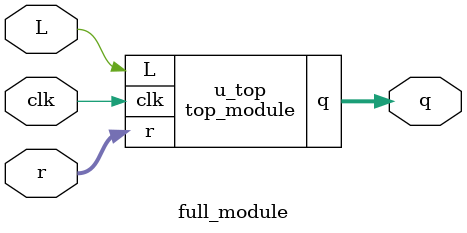
<source format=sv>
module top_module (
    input clk,
    input L,
    input [2:0] r,
    output [2:0] q
);

    sub_module u0 (clk, L, r[0], q[2], q[0]);
    sub_module u1 (clk, L, r[1], q[0], q[1]);
    sub_module u2 (clk, L, r[2], q[1], q[2]);

endmodule
module sub_module (
    input clk,
    input L,
    input r_in,
    input q_in,
    output reg q_out
);

    wire mux_out;

    assign mux_out = L ? r_in : q_in;

    always @(posedge clk) begin
        q_out <= mux_out;
    end

endmodule
module full_module (
    input [2:0] r,
    input L,
    input clk,
    output [2:0] q
);

    top_module u_top (
        .clk(clk),
        .L(L),
        .r(r),
        .q(q)
    );

endmodule

</source>
